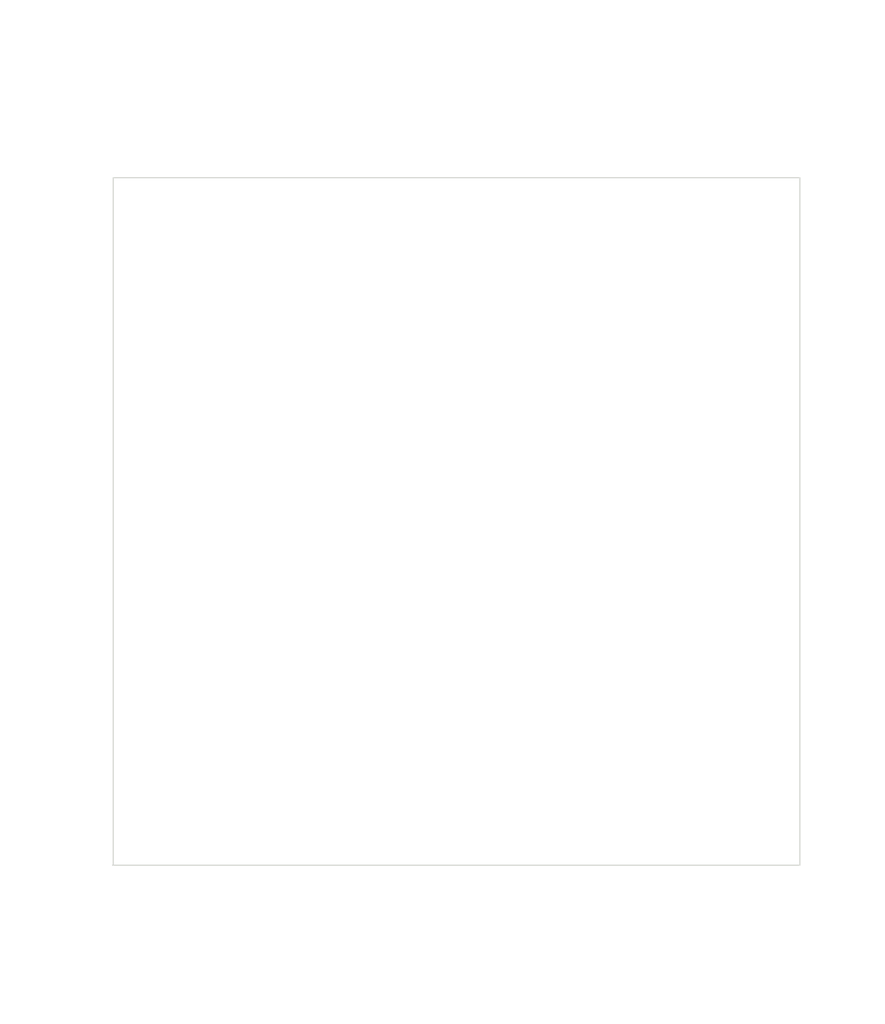
<source format=kicad_pcb>
(kicad_pcb (version 20171130) (host pcbnew no-vcs-found-a7cdd94~61~ubuntu17.10.1)

  (general
    (thickness 1.6)
    (drawings 52)
    (tracks 0)
    (zones 0)
    (modules 0)
    (nets 1)
  )

  (page A4)
  (layers
    (0 F.Cu signal)
    (31 B.Cu signal)
    (32 B.Adhes user)
    (33 F.Adhes user)
    (34 B.Paste user)
    (35 F.Paste user)
    (36 B.SilkS user)
    (37 F.SilkS user)
    (38 B.Mask user)
    (39 F.Mask user)
    (40 Dwgs.User user)
    (41 Cmts.User user)
    (42 Eco1.User user)
    (43 Eco2.User user)
    (44 Edge.Cuts user)
    (45 Margin user)
    (46 B.CrtYd user)
    (47 F.CrtYd user)
    (48 B.Fab user)
    (49 F.Fab user)
  )

  (setup
    (last_trace_width 0.25)
    (trace_clearance 0.2)
    (zone_clearance 0.508)
    (zone_45_only no)
    (trace_min 0.2)
    (segment_width 0.2)
    (edge_width 0.15)
    (via_size 0.6)
    (via_drill 0.4)
    (via_min_size 0.4)
    (via_min_drill 0.3)
    (uvia_size 0.3)
    (uvia_drill 0.1)
    (uvias_allowed no)
    (uvia_min_size 0.2)
    (uvia_min_drill 0.1)
    (pcb_text_width 0.3)
    (pcb_text_size 1.5 1.5)
    (mod_edge_width 0.15)
    (mod_text_size 1 1)
    (mod_text_width 0.15)
    (pad_size 1.524 1.524)
    (pad_drill 0.762)
    (pad_to_mask_clearance 0.2)
    (aux_axis_origin 0 0)
    (visible_elements FFFFFF7F)
    (pcbplotparams
      (layerselection 0x00030_80000001)
      (usegerberextensions false)
      (usegerberattributes false)
      (usegerberadvancedattributes false)
      (creategerberjobfile false)
      (excludeedgelayer true)
      (linewidth 0.100000)
      (plotframeref false)
      (viasonmask false)
      (mode 1)
      (useauxorigin false)
      (hpglpennumber 1)
      (hpglpenspeed 20)
      (hpglpendiameter 15)
      (psnegative false)
      (psa4output false)
      (plotreference true)
      (plotvalue true)
      (plotinvisibletext false)
      (padsonsilk false)
      (subtractmaskfromsilk false)
      (outputformat 1)
      (mirror false)
      (drillshape 1)
      (scaleselection 1)
      (outputdirectory ""))
  )

  (net 0 "")

  (net_class Default "This is the default net class."
    (clearance 0.2)
    (trace_width 0.25)
    (via_dia 0.6)
    (via_drill 0.4)
    (uvia_dia 0.3)
    (uvia_drill 0.1)
  )

  (dimension 88.780014 (width 0.3) (layer Cmts.User)
    (gr_text "88,780 mm" (at 159.397017 161.934908 0.03226840136) (layer Cmts.User)
      (effects (font (size 1.5 1.5) (thickness 0.3)))
    )
    (feature1 (pts (xy 115 149.5) (xy 115.007778 163.309908)))
    (feature2 (pts (xy 203.78 149.45) (xy 203.787778 163.259908)))
    (crossbar (pts (xy 203.786257 160.559908) (xy 115.006257 160.609908)))
    (arrow1a (pts (xy 115.006257 160.609908) (xy 116.13243 160.022853)))
    (arrow1b (pts (xy 115.006257 160.609908) (xy 116.133091 161.195694)))
    (arrow2a (pts (xy 203.786257 160.559908) (xy 202.659423 159.974122)))
    (arrow2b (pts (xy 203.786257 160.559908) (xy 202.660084 161.146963)))
  )
  (dimension 100 (width 0.3) (layer Cmts.User)
    (gr_text "100,000 mm" (at 219.6 88.25 270) (layer Cmts.User)
      (effects (font (size 1.5 1.5) (thickness 0.3)))
    )
    (feature1 (pts (xy 215.6 138.25) (xy 220.95 138.25)))
    (feature2 (pts (xy 215.6 38.25) (xy 220.95 38.25)))
    (crossbar (pts (xy 218.25 38.25) (xy 218.25 138.25)))
    (arrow1a (pts (xy 218.25 138.25) (xy 217.663579 137.123496)))
    (arrow1b (pts (xy 218.25 138.25) (xy 218.836421 137.123496)))
    (arrow2a (pts (xy 218.25 38.25) (xy 217.663579 39.376504)))
    (arrow2b (pts (xy 218.25 38.25) (xy 218.836421 39.376504)))
  )
  (dimension 128.5 (width 0.3) (layer Cmts.User)
    (gr_text "128,500 mm" (at 225.325 88.25 90) (layer Cmts.User)
      (effects (font (size 1.5 1.5) (thickness 0.3)) (justify mirror))
    )
    (feature1 (pts (xy 216.3 24) (xy 226.675 24)))
    (feature2 (pts (xy 216.3 152.5) (xy 226.675 152.5)))
    (crossbar (pts (xy 223.975 152.5) (xy 223.975 24)))
    (arrow1a (pts (xy 223.975 24) (xy 224.561421 25.126504)))
    (arrow1b (pts (xy 223.975 24) (xy 223.388579 25.126504)))
    (arrow2a (pts (xy 223.975 152.5) (xy 224.561421 151.373496)))
    (arrow2b (pts (xy 223.975 152.5) (xy 223.388579 151.373496)))
  )
  (dimension 100 (width 0.3) (layer Cmts.User)
    (gr_text "100,000 mm" (at 165.6 17.775) (layer Cmts.User)
      (effects (font (size 1.5 1.5) (thickness 0.3)))
    )
    (feature1 (pts (xy 215.6 38.25) (xy 215.6 16.425)))
    (feature2 (pts (xy 115.6 38.25) (xy 115.6 16.425)))
    (crossbar (pts (xy 115.6 19.125) (xy 215.6 19.125)))
    (arrow1a (pts (xy 215.6 19.125) (xy 214.473496 19.711421)))
    (arrow1b (pts (xy 215.6 19.125) (xy 214.473496 18.538579)))
    (arrow2a (pts (xy 115.6 19.125) (xy 116.726504 19.711421)))
    (arrow2b (pts (xy 115.6 19.125) (xy 116.726504 18.538579)))
  )
  (dimension 101.3 (width 0.3) (layer Cmts.User)
    (gr_text "101,300 mm" (at 165.65 14.25) (layer Cmts.User)
      (effects (font (size 1.5 1.5) (thickness 0.3)))
    )
    (feature1 (pts (xy 216.3 24) (xy 216.3 12.9)))
    (feature2 (pts (xy 115 24) (xy 115 12.9)))
    (crossbar (pts (xy 115 15.6) (xy 216.3 15.6)))
    (arrow1a (pts (xy 216.3 15.6) (xy 215.173496 16.186421)))
    (arrow1b (pts (xy 216.3 15.6) (xy 215.173496 15.013579)))
    (arrow2a (pts (xy 115 15.6) (xy 116.126504 16.186421)))
    (arrow2b (pts (xy 115 15.6) (xy 116.126504 15.013579)))
  )
  (dimension 81.28 (width 0.3) (layer Cmts.User)
    (gr_text "81,280 mm" (at 163.14 21.38) (layer Cmts.User)
      (effects (font (size 1.5 1.5) (thickness 0.3)))
    )
    (feature1 (pts (xy 203.78 27) (xy 203.78 20.03)))
    (feature2 (pts (xy 122.5 27) (xy 122.5 20.03)))
    (crossbar (pts (xy 122.5 22.73) (xy 203.78 22.73)))
    (arrow1a (pts (xy 203.78 22.73) (xy 202.653496 23.316421)))
    (arrow1b (pts (xy 203.78 22.73) (xy 202.653496 22.143579)))
    (arrow2a (pts (xy 122.5 22.73) (xy 123.626504 23.316421)))
    (arrow2b (pts (xy 122.5 22.73) (xy 123.626504 22.143579)))
  )
  (dimension 14.25 (width 0.3) (layer Cmts.User)
    (gr_text "14,250 mm" (at 105.400001 145.375 270) (layer Cmts.User)
      (effects (font (size 1.5 1.5) (thickness 0.3)))
    )
    (feature1 (pts (xy 115.5 152.5) (xy 104.050001 152.5)))
    (feature2 (pts (xy 115.5 138.25) (xy 104.050001 138.25)))
    (crossbar (pts (xy 106.750001 138.25) (xy 106.750001 152.5)))
    (arrow1a (pts (xy 106.750001 152.5) (xy 106.16358 151.373496)))
    (arrow1b (pts (xy 106.750001 152.5) (xy 107.336422 151.373496)))
    (arrow2a (pts (xy 106.750001 138.25) (xy 106.16358 139.376504)))
    (arrow2b (pts (xy 106.750001 138.25) (xy 107.336422 139.376504)))
  )
  (dimension 14.25 (width 0.3) (layer Cmts.User)
    (gr_text "14,250 mm" (at 108.15 31.125 270) (layer Cmts.User)
      (effects (font (size 1.5 1.5) (thickness 0.3)))
    )
    (feature1 (pts (xy 115.5 38.25) (xy 106.8 38.25)))
    (feature2 (pts (xy 115.5 24) (xy 106.8 24)))
    (crossbar (pts (xy 109.5 24) (xy 109.5 38.25)))
    (arrow1a (pts (xy 109.5 38.25) (xy 108.913579 37.123496)))
    (arrow1b (pts (xy 109.5 38.25) (xy 110.086421 37.123496)))
    (arrow2a (pts (xy 109.5 24) (xy 108.913579 25.126504)))
    (arrow2b (pts (xy 109.5 24) (xy 110.086421 25.126504)))
  )
  (dimension 3 (width 0.3) (layer Cmts.User)
    (gr_text "3,000 mm" (at 112.15 25.5 270) (layer Cmts.User)
      (effects (font (size 1.5 1.5) (thickness 0.3)))
    )
    (feature1 (pts (xy 122.5 27) (xy 110.8 27)))
    (feature2 (pts (xy 122.5 24) (xy 110.8 24)))
    (crossbar (pts (xy 113.5 24) (xy 113.5 27)))
    (arrow1a (pts (xy 113.5 27) (xy 112.913579 25.873496)))
    (arrow1b (pts (xy 113.5 27) (xy 114.086421 25.873496)))
    (arrow2a (pts (xy 113.5 24) (xy 112.913579 25.126504)))
    (arrow2b (pts (xy 113.5 24) (xy 114.086421 25.126504)))
  )
  (gr_line (start 203.78 150.96) (end 203.78 147.96) (angle 90) (layer F.Fab) (width 0.2))
  (gr_line (start 201.28 149.46) (end 206.28 149.46) (angle 90) (layer F.Fab) (width 0.2))
  (gr_line (start 202.78 147.96) (end 204.78 147.96) (angle 90) (layer F.Fab) (width 0.2))
  (gr_line (start 202.78 150.96) (end 204.78 150.96) (angle 90) (layer F.Fab) (width 0.2))
  (gr_arc (start 204.78 149.46) (end 206.28 149.46) (angle 90) (layer F.Fab) (width 0.2))
  (gr_arc (start 204.78 149.46) (end 204.78 147.96) (angle 90) (layer F.Fab) (width 0.2))
  (gr_arc (start 202.78 149.46) (end 202.78 150.96) (angle 90) (layer F.Fab) (width 0.2))
  (gr_arc (start 202.78 149.46) (end 201.28 149.46) (angle 90) (layer F.Fab) (width 0.2))
  (gr_line (start 122.5 148) (end 122.5 151) (angle 90) (layer F.Fab) (width 0.2))
  (gr_line (start 120 149.5) (end 125 149.5) (angle 90) (layer F.Fab) (width 0.2))
  (gr_line (start 121.5 151) (end 123.5 151) (angle 90) (layer F.Fab) (width 0.2))
  (gr_line (start 121.5 148) (end 123.5 148) (angle 90) (layer F.Fab) (width 0.2))
  (gr_arc (start 123.5 149.5) (end 125 149.5) (angle 90) (layer F.Fab) (width 0.2))
  (gr_arc (start 123.5 149.5) (end 123.5 148) (angle 90) (layer F.Fab) (width 0.2))
  (gr_arc (start 121.5 149.5) (end 121.5 151) (angle 90) (layer F.Fab) (width 0.2))
  (gr_arc (start 121.5 149.5) (end 120 149.5) (angle 90) (layer F.Fab) (width 0.2))
  (gr_line (start 203.78 25.5) (end 203.78 28.5) (angle 90) (layer F.Fab) (width 0.2) (tstamp 5A814D3A))
  (gr_line (start 201.58 27) (end 206.08 27) (angle 90) (layer F.Fab) (width 0.2) (tstamp 5A814D37))
  (gr_line (start 203.08 28.5) (end 204.58 28.5) (angle 90) (layer F.Fab) (width 0.2) (tstamp 5A814D34))
  (gr_line (start 203.08 25.5) (end 204.58 25.5) (angle 90) (layer F.Fab) (width 0.2) (tstamp 5A814D31))
  (gr_arc (start 203.08 27) (end 203.08 28.5) (angle 90) (layer F.Fab) (width 0.2) (tstamp 5A814D2E))
  (gr_arc (start 203.08 27) (end 201.58 27) (angle 90) (layer F.Fab) (width 0.2) (tstamp 5A814D2B))
  (gr_arc (start 204.58 27) (end 206.08 27) (angle 90) (layer F.Fab) (width 0.2) (tstamp 5A814D28))
  (gr_arc (start 204.58 27) (end 204.58 25.5) (angle 90) (layer F.Fab) (width 0.2) (tstamp 5A814D25))
  (gr_line (start 122.5 25.5) (end 122.5 28.5) (angle 90) (layer F.Fab) (width 0.2))
  (gr_line (start 120 27) (end 125 27) (angle 90) (layer F.Fab) (width 0.2))
  (gr_line (start 123.5 28.5) (end 121.5 28.5) (angle 90) (layer F.Fab) (width 0.2))
  (gr_line (start 121.5 25.5) (end 123.5 25.5) (angle 90) (layer F.Fab) (width 0.2))
  (gr_arc (start 121.5 27) (end 121.5 28.5) (angle 90) (layer F.Fab) (width 0.2))
  (gr_arc (start 121.5 27) (end 120 27) (angle 90) (layer F.Fab) (width 0.2))
  (gr_arc (start 123.5 27) (end 123.5 25.5) (angle 90) (layer F.Fab) (width 0.2))
  (gr_arc (start 123.5 27) (end 125 27) (angle 90) (layer F.Fab) (width 0.2))
  (gr_line (start 121.5 149.5) (end 122 149.5) (angle 90) (layer F.Fab) (width 0.2))
  (dimension 3 (width 0.3) (layer Cmts.User)
    (gr_text "3,000 mm" (at 109.5 152 270) (layer Cmts.User)
      (effects (font (size 1.5 1.5) (thickness 0.3)))
    )
    (feature1 (pts (xy 122.5 152.5) (xy 110.8 152.5)))
    (feature2 (pts (xy 122.5 149.5) (xy 110.8 149.5)))
    (crossbar (pts (xy 113.5 149.5) (xy 113.5 152.5)))
    (arrow1a (pts (xy 113.5 152.5) (xy 112.913579 151.373496)))
    (arrow1b (pts (xy 113.5 152.5) (xy 114.086421 151.373496)))
    (arrow2a (pts (xy 113.5 149.5) (xy 112.913579 150.626504)))
    (arrow2b (pts (xy 113.5 149.5) (xy 114.086421 150.626504)))
  )
  (dimension 7.5 (width 0.3) (layer Cmts.User)
    (gr_text "7,500 mm" (at 119 158) (layer Cmts.User)
      (effects (font (size 1.5 1.5) (thickness 0.3)))
    )
    (feature1 (pts (xy 122.5 149.5) (xy 122.5 156.7)))
    (feature2 (pts (xy 115 149.5) (xy 115 156.7)))
    (crossbar (pts (xy 115 154) (xy 122.5 154)))
    (arrow1a (pts (xy 122.5 154) (xy 121.373496 154.586421)))
    (arrow1b (pts (xy 122.5 154) (xy 121.373496 153.413579)))
    (arrow2a (pts (xy 115 154) (xy 116.126504 154.586421)))
    (arrow2b (pts (xy 115 154) (xy 116.126504 153.413579)))
  )
  (gr_line (start 215.6 38.25) (end 215.6 138.25) (angle 90) (layer Edge.Cuts) (width 0.15) (tstamp 5A76ADBD))
  (gr_line (start 115.5 138.25) (end 215.6 138.25) (angle 90) (layer Edge.Cuts) (width 0.15) (tstamp 5A76ADAE))
  (gr_line (start 115.6 38.25) (end 215.6 38.25) (angle 90) (layer Edge.Cuts) (width 0.15))
  (gr_line (start 115.6 38.25) (end 115.6 138.25) (angle 90) (layer Edge.Cuts) (width 0.15))
  (gr_line (start 115 24) (end 216.3 24) (angle 90) (layer F.Fab) (width 0.2))
  (gr_line (start 216.3 152.5) (end 216.3 24) (angle 90) (layer F.Fab) (width 0.2))
  (gr_line (start 115 152.5) (end 216.3 152.5) (angle 90) (layer F.Fab) (width 0.2))
  (gr_line (start 115 152.5) (end 115 24) (angle 90) (layer F.Fab) (width 0.2))

)

</source>
